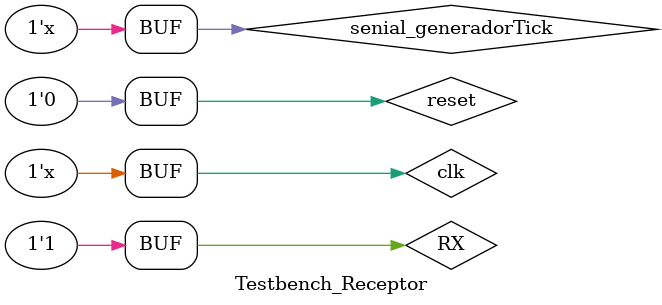
<source format=v>
`timescale 1ns / 1ps
module Testbench_Receptor#(
parameter   ancho_dato = 8  
);
/*----------------------------variables----------------------------*/
    reg clk;
	reg reset;                              //linea de reset
	reg RX;                              //linea de recepcion
	reg senial_generadorTick;      //entrada que proviene del generador de baudios

	wire senial_ticks_completos;  
	wire [(ancho_dato-1):0] salida_receptor;//salida de datos hacia la interfaz
	
	 //instaciando el modulo Receptor
	 Receptor #(
	   .ancho_dato(ancho_dato)
	 )
	 Receptor_test
	 (
	   .clk(clk), 
	   .reset(reset),                              
	   .RX(RX),                                 
	   .senial_generadorTick(senial_generadorTick),      
	
	   .senial_ticks_completos(senial_ticks_completos),  
	   .salida_receptor(salida_receptor)
	 );
	 
    // Generador Clock 
    always #5 clk = ~clk;
    
     // Generador Ticks - Baud Generate
    always #405 senial_generadorTick = ~senial_generadorTick;
    // 1-clk --> 81-senial_generadorTick --> BaudRate 19200
    
    /*----------------------------bloque Inicial----------------------------*/
    initial  begin
           clk = 0;
           senial_generadorTick =0;
		   RX = 1;
		   reset = 1;
		#15
		   reset = 0;
		#15
		  
		 //DATO A = 1010 1011 - HEX = AB
		    RX=0; //S bit de start
		#12960//ponemos 12960 debido a que el peridodo de la señal tick es 810 810*16 ticks =13000, ponemos 12960 para estar olgados
		
			RX=1;	//bit7 MSB
		#12960
			RX=0;	//bit 6
		#12960
			RX=1;	//bit 5
		#12960
			RX=0;	//bit 4
		#12960
			RX=1;	//bit 3
		#12960
			RX=0;	//bit 2
		#12960
			RX=1;	//bit 1
		#12960
			RX=1; //bit 0 LSB
		#12960
			RX=1;	//P bit de stop
		
		#100000	// tiempo entre cada dato
		
		 //DATO B =1101 1100  --> HEX= DC
		RX=0; //S bit de start
		#12960//ponemos 12960 debido a que el peridodo de la señal tick es 810 810*16 ticks =13000, ponemos 12960 para estar olgados
			RX=1;	//bit7 MSB
		#12960
			RX=1;	//bit 6
		#12960
			RX=0;	//bit 5
		#12960
			RX=1;	//bit 4
		#12960
			RX=1;	//bit 3
		#12960
			RX=1;	//bit 2
		#12960
			RX=0;	//bit 1
		#12960
			RX=0; //bit 0 LSB
		#12960
			RX=1;	//P bit de stop
			
		#100000	// tiempo entre cada dato
		
        //DATO C =00 100101 --> HEX=25 ------> operacion OR
		RX=0; //S bit de start
		#12960//ponemos 12960 debido a que el peridodo de la señal tick es 810 810*16 ticks =13000, ponemos 12960 para estar olgados
			RX=0;	//bit7 MSB
		#12960
			RX=0;	//bit 6
		#12960
			RX=1;	//bit 5
		#12960
			RX=0;	//bit 4
		#12960
			RX=0;	//bit 3
		#12960
			RX=1;	//bit 2
		#12960
			RX=0;	//bit 1
		#12960
			RX=1; //bit 0 LSB
		#12960
			RX=1;	//P bit de stop
		
    end
	
endmodule

</source>
